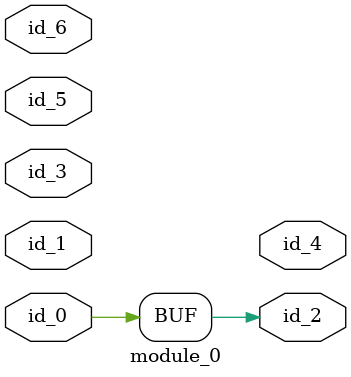
<source format=v>
`define pp_6 0
module module_0 (
    input  id_0,
    input  id_1
    , id_6,
    output id_2,
    input  id_3,
    output id_4,
    input  id_5
);
  assign id_2 = id_0;
endmodule

</source>
